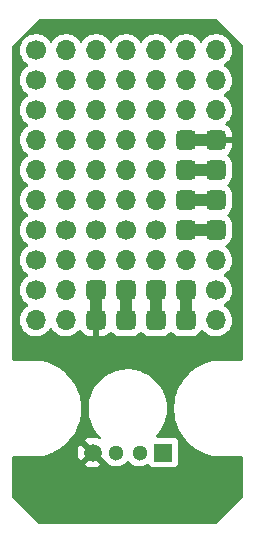
<source format=gtl>
G04 #@! TF.GenerationSoftware,KiCad,Pcbnew,(6.0.5)*
G04 #@! TF.CreationDate,2022-09-09T15:45:55+09:00*
G04 #@! TF.ProjectId,UnitBase,556e6974-4261-4736-952e-6b696361645f,rev?*
G04 #@! TF.SameCoordinates,Original*
G04 #@! TF.FileFunction,Copper,L1,Top*
G04 #@! TF.FilePolarity,Positive*
%FSLAX46Y46*%
G04 Gerber Fmt 4.6, Leading zero omitted, Abs format (unit mm)*
G04 Created by KiCad (PCBNEW (6.0.5)) date 2022-09-09 15:45:55*
%MOMM*%
%LPD*%
G01*
G04 APERTURE LIST*
G04 Aperture macros list*
%AMRoundRect*
0 Rectangle with rounded corners*
0 $1 Rounding radius*
0 $2 $3 $4 $5 $6 $7 $8 $9 X,Y pos of 4 corners*
0 Add a 4 corners polygon primitive as box body*
4,1,4,$2,$3,$4,$5,$6,$7,$8,$9,$2,$3,0*
0 Add four circle primitives for the rounded corners*
1,1,$1+$1,$2,$3*
1,1,$1+$1,$4,$5*
1,1,$1+$1,$6,$7*
1,1,$1+$1,$8,$9*
0 Add four rect primitives between the rounded corners*
20,1,$1+$1,$2,$3,$4,$5,0*
20,1,$1+$1,$4,$5,$6,$7,0*
20,1,$1+$1,$6,$7,$8,$9,0*
20,1,$1+$1,$8,$9,$2,$3,0*%
G04 Aperture macros list end*
G04 #@! TA.AperFunction,ComponentPad*
%ADD10C,1.700000*%
G04 #@! TD*
G04 #@! TA.AperFunction,ComponentPad*
%ADD11O,1.700000X1.700000*%
G04 #@! TD*
G04 #@! TA.AperFunction,ComponentPad*
%ADD12RoundRect,0.425000X0.425000X0.425000X-0.425000X0.425000X-0.425000X-0.425000X0.425000X-0.425000X0*%
G04 #@! TD*
G04 #@! TA.AperFunction,ComponentPad*
%ADD13RoundRect,0.425000X-0.425000X0.425000X-0.425000X-0.425000X0.425000X-0.425000X0.425000X0.425000X0*%
G04 #@! TD*
G04 #@! TA.AperFunction,ComponentPad*
%ADD14R,1.500000X1.500000*%
G04 #@! TD*
G04 #@! TA.AperFunction,ComponentPad*
%ADD15C,1.300000*%
G04 #@! TD*
G04 #@! TA.AperFunction,ComponentPad*
%ADD16C,1.500000*%
G04 #@! TD*
G04 #@! TA.AperFunction,Conductor*
%ADD17C,1.000000*%
G04 #@! TD*
G04 APERTURE END LIST*
D10*
X142240000Y-86360000D03*
D11*
X142240000Y-83820000D03*
X142240000Y-81280000D03*
X142240000Y-78740000D03*
D10*
X144780000Y-86360000D03*
D11*
X144780000Y-83820000D03*
X144780000Y-81280000D03*
X144780000Y-78740000D03*
D10*
X147320000Y-86360000D03*
D11*
X147320000Y-83820000D03*
X147320000Y-81280000D03*
X147320000Y-78740000D03*
D10*
X149860000Y-86360000D03*
D11*
X149860000Y-83820000D03*
X149860000Y-81280000D03*
X149860000Y-78740000D03*
D10*
X152400000Y-86360000D03*
D11*
X152400000Y-83820000D03*
X152400000Y-81280000D03*
X152400000Y-78740000D03*
D12*
X154940000Y-86360000D03*
X154940000Y-83820000D03*
X154940000Y-81280000D03*
X154940000Y-78740000D03*
X157480000Y-86360000D03*
X157480000Y-83820000D03*
X157480000Y-81280000D03*
X157480000Y-78740000D03*
D10*
X157480000Y-91440000D03*
D11*
X157480000Y-93980000D03*
D10*
X142240000Y-91440000D03*
D11*
X142240000Y-93980000D03*
D13*
X154940000Y-91440000D03*
X152400000Y-91440000D03*
X149860000Y-91440000D03*
X147320000Y-91440000D03*
D11*
X144780000Y-91440000D03*
D10*
X142240000Y-88900000D03*
D11*
X144780000Y-88900000D03*
X147320000Y-88900000D03*
X149860000Y-88900000D03*
X152400000Y-88900000D03*
X154940000Y-88900000D03*
X157480000Y-88900000D03*
D10*
X142240000Y-76200000D03*
D11*
X144780000Y-76200000D03*
X147320000Y-76200000D03*
X149860000Y-76200000D03*
X152400000Y-76200000D03*
X154940000Y-76200000D03*
X157480000Y-76200000D03*
D10*
X142240000Y-73660000D03*
D11*
X144780000Y-73660000D03*
X147320000Y-73660000D03*
X149860000Y-73660000D03*
X152400000Y-73660000D03*
X154940000Y-73660000D03*
X157480000Y-73660000D03*
D10*
X142240000Y-71120000D03*
D11*
X144780000Y-71120000D03*
X147320000Y-71120000D03*
X149860000Y-71120000D03*
X152400000Y-71120000D03*
X154940000Y-71120000D03*
X157480000Y-71120000D03*
D14*
X153025000Y-105185000D03*
D15*
X151025000Y-105185000D03*
X149025000Y-105185000D03*
D16*
X147025000Y-105185000D03*
D13*
X154940000Y-93980000D03*
X152400000Y-93980000D03*
X149860000Y-93980000D03*
X147320000Y-93980000D03*
D11*
X144780000Y-93980000D03*
D17*
X157480000Y-78740000D02*
X154940000Y-78740000D01*
X157480000Y-81280000D02*
X154940000Y-81280000D01*
X157480000Y-83820000D02*
X154940000Y-83820000D01*
X157480000Y-86360000D02*
X154940000Y-86360000D01*
X147320000Y-91440000D02*
X147320000Y-93980000D01*
X149860000Y-93980000D02*
X149860000Y-91440000D01*
X152400000Y-93980000D02*
X152400000Y-91440000D01*
X154940000Y-93980000D02*
X154940000Y-91440000D01*
G04 #@! TA.AperFunction,Conductor*
G36*
X157505304Y-68488502D02*
G01*
X157526278Y-68505405D01*
X159754595Y-70733722D01*
X159788621Y-70796034D01*
X159791500Y-70822817D01*
X159791500Y-97275500D01*
X159771498Y-97343621D01*
X159717842Y-97390114D01*
X159665500Y-97401500D01*
X158053250Y-97401500D01*
X158032345Y-97399754D01*
X158017344Y-97397230D01*
X158017341Y-97397230D01*
X158012552Y-97396424D01*
X158006415Y-97396349D01*
X158004863Y-97396330D01*
X158004859Y-97396330D01*
X158000000Y-97396271D01*
X157995184Y-97396961D01*
X157990323Y-97397278D01*
X157990320Y-97397225D01*
X157987472Y-97397495D01*
X157616776Y-97415153D01*
X157616772Y-97415153D01*
X157613778Y-97415296D01*
X157610812Y-97415722D01*
X157610806Y-97415723D01*
X157234028Y-97469896D01*
X157234023Y-97469897D01*
X157231053Y-97470324D01*
X157228141Y-97471031D01*
X157228133Y-97471032D01*
X156858206Y-97560775D01*
X156855292Y-97561482D01*
X156852465Y-97562460D01*
X156852463Y-97562461D01*
X156492731Y-97686965D01*
X156492722Y-97686969D01*
X156489898Y-97687946D01*
X156138179Y-97848571D01*
X155803321Y-98041901D01*
X155488357Y-98266186D01*
X155452649Y-98297127D01*
X155224573Y-98494757D01*
X155196139Y-98519395D01*
X154929312Y-98799234D01*
X154690295Y-99103170D01*
X154481250Y-99428449D01*
X154479881Y-99431105D01*
X154479879Y-99431108D01*
X154468004Y-99454142D01*
X154304072Y-99772126D01*
X154302951Y-99774925D01*
X154302951Y-99774926D01*
X154184740Y-100070205D01*
X154160365Y-100131090D01*
X154051430Y-100502087D01*
X154050864Y-100505024D01*
X154050862Y-100505032D01*
X154004573Y-100745206D01*
X153978255Y-100881760D01*
X153941500Y-101266670D01*
X153941500Y-101653330D01*
X153978255Y-102038240D01*
X153978822Y-102041182D01*
X153978823Y-102041189D01*
X154035820Y-102336919D01*
X154051430Y-102417913D01*
X154160365Y-102788910D01*
X154161480Y-102791695D01*
X154161481Y-102791698D01*
X154302951Y-103145074D01*
X154304072Y-103147874D01*
X154481250Y-103491551D01*
X154690295Y-103816830D01*
X154929312Y-104120766D01*
X155196139Y-104400605D01*
X155198408Y-104402571D01*
X155198411Y-104402574D01*
X155317563Y-104505820D01*
X155488357Y-104653814D01*
X155803321Y-104878099D01*
X156138179Y-105071429D01*
X156489898Y-105232054D01*
X156492722Y-105233031D01*
X156492731Y-105233035D01*
X156852463Y-105357539D01*
X156855292Y-105358518D01*
X156858205Y-105359225D01*
X156858206Y-105359225D01*
X157228133Y-105448968D01*
X157228141Y-105448969D01*
X157231053Y-105449676D01*
X157234023Y-105450103D01*
X157234028Y-105450104D01*
X157610806Y-105504277D01*
X157610812Y-105504278D01*
X157613778Y-105504704D01*
X157616772Y-105504847D01*
X157616776Y-105504847D01*
X157730571Y-105510268D01*
X157971060Y-105521724D01*
X157977789Y-105522448D01*
X157977799Y-105522334D01*
X157982648Y-105522769D01*
X157987448Y-105523576D01*
X157993914Y-105523655D01*
X157995140Y-105523670D01*
X157995143Y-105523670D01*
X158000000Y-105523729D01*
X158027624Y-105519773D01*
X158045486Y-105518500D01*
X159665500Y-105518500D01*
X159733621Y-105538502D01*
X159780114Y-105592158D01*
X159791500Y-105644500D01*
X159791500Y-108897182D01*
X159771498Y-108965303D01*
X159754595Y-108986277D01*
X157526278Y-111214595D01*
X157463966Y-111248620D01*
X157437183Y-111251500D01*
X142562818Y-111251500D01*
X142494697Y-111231498D01*
X142473723Y-111214595D01*
X140245405Y-108986278D01*
X140211380Y-108923966D01*
X140208500Y-108897183D01*
X140208500Y-106235161D01*
X146339393Y-106235161D01*
X146348687Y-106247175D01*
X146389088Y-106275464D01*
X146398584Y-106280947D01*
X146588113Y-106369326D01*
X146598405Y-106373072D01*
X146800401Y-106427196D01*
X146811196Y-106429099D01*
X147019525Y-106447326D01*
X147030475Y-106447326D01*
X147238804Y-106429099D01*
X147249599Y-106427196D01*
X147451595Y-106373072D01*
X147461887Y-106369326D01*
X147651416Y-106280947D01*
X147660912Y-106275464D01*
X147702148Y-106246590D01*
X147710523Y-106236112D01*
X147703457Y-106222668D01*
X147037811Y-105557021D01*
X147023868Y-105549408D01*
X147022034Y-105549539D01*
X147015420Y-105553790D01*
X146345820Y-106223391D01*
X146339393Y-106235161D01*
X140208500Y-106235161D01*
X140208500Y-105644500D01*
X140228502Y-105576379D01*
X140282158Y-105529886D01*
X140334500Y-105518500D01*
X141946750Y-105518500D01*
X141967655Y-105520246D01*
X141982656Y-105522770D01*
X141982659Y-105522770D01*
X141987448Y-105523576D01*
X141993585Y-105523651D01*
X141995137Y-105523670D01*
X141995141Y-105523670D01*
X142000000Y-105523729D01*
X142004816Y-105523039D01*
X142009677Y-105522722D01*
X142009680Y-105522775D01*
X142012528Y-105522505D01*
X142383224Y-105504847D01*
X142383228Y-105504847D01*
X142386222Y-105504704D01*
X142389188Y-105504278D01*
X142389194Y-105504277D01*
X142765972Y-105450104D01*
X142765977Y-105450103D01*
X142768947Y-105449676D01*
X142771859Y-105448969D01*
X142771867Y-105448968D01*
X143141794Y-105359225D01*
X143141795Y-105359225D01*
X143144708Y-105358518D01*
X143147537Y-105357539D01*
X143507269Y-105233035D01*
X143507278Y-105233031D01*
X143510102Y-105232054D01*
X143601147Y-105190475D01*
X145762674Y-105190475D01*
X145780901Y-105398804D01*
X145782804Y-105409599D01*
X145836928Y-105611595D01*
X145840674Y-105621887D01*
X145929054Y-105811417D01*
X145934534Y-105820907D01*
X145963411Y-105862149D01*
X145973887Y-105870523D01*
X145987334Y-105863455D01*
X146652979Y-105197811D01*
X146660592Y-105183868D01*
X146660461Y-105182034D01*
X146656210Y-105175420D01*
X145986609Y-104505820D01*
X145974839Y-104499393D01*
X145962824Y-104508689D01*
X145934534Y-104549093D01*
X145929054Y-104558583D01*
X145840674Y-104748113D01*
X145836928Y-104758405D01*
X145782804Y-104960401D01*
X145780901Y-104971196D01*
X145762674Y-105179525D01*
X145762674Y-105190475D01*
X143601147Y-105190475D01*
X143861821Y-105071429D01*
X144196679Y-104878099D01*
X144511643Y-104653814D01*
X144682437Y-104505820D01*
X144801589Y-104402574D01*
X144801592Y-104402571D01*
X144803861Y-104400605D01*
X145058177Y-104133887D01*
X146339477Y-104133887D01*
X146346545Y-104147334D01*
X147025000Y-104825790D01*
X148063388Y-105864177D01*
X148075017Y-105870527D01*
X148117528Y-105908393D01*
X148140296Y-105940609D01*
X148144436Y-105944642D01*
X148266786Y-106063830D01*
X148292809Y-106089181D01*
X148297605Y-106092386D01*
X148297608Y-106092388D01*
X148365450Y-106137718D01*
X148469843Y-106207471D01*
X148475146Y-106209749D01*
X148475149Y-106209751D01*
X148563888Y-106247876D01*
X148665470Y-106291519D01*
X148741316Y-106308681D01*
X148867501Y-106337234D01*
X148867506Y-106337235D01*
X148873138Y-106338509D01*
X148878909Y-106338736D01*
X148878911Y-106338736D01*
X148940252Y-106341146D01*
X149085891Y-106346869D01*
X149091600Y-106346041D01*
X149091604Y-106346041D01*
X149290890Y-106317145D01*
X149290894Y-106317144D01*
X149296605Y-106316316D01*
X149498223Y-106247876D01*
X149683993Y-106143840D01*
X149847693Y-106007693D01*
X149907410Y-105935891D01*
X149926508Y-105912928D01*
X149985445Y-105873344D01*
X150056427Y-105871907D01*
X150116918Y-105909075D01*
X150126278Y-105920775D01*
X150136962Y-105935892D01*
X150140296Y-105940609D01*
X150144432Y-105944638D01*
X150266786Y-106063830D01*
X150292809Y-106089181D01*
X150297605Y-106092386D01*
X150297608Y-106092388D01*
X150365450Y-106137718D01*
X150469843Y-106207471D01*
X150475146Y-106209749D01*
X150475149Y-106209751D01*
X150563888Y-106247876D01*
X150665470Y-106291519D01*
X150741316Y-106308681D01*
X150867501Y-106337234D01*
X150867506Y-106337235D01*
X150873138Y-106338509D01*
X150878909Y-106338736D01*
X150878911Y-106338736D01*
X150940252Y-106341146D01*
X151085891Y-106346869D01*
X151091600Y-106346041D01*
X151091604Y-106346041D01*
X151290890Y-106317145D01*
X151290894Y-106317144D01*
X151296605Y-106316316D01*
X151498223Y-106247876D01*
X151503255Y-106245058D01*
X151503266Y-106245053D01*
X151666652Y-106153552D01*
X151735860Y-106137718D01*
X151802642Y-106161815D01*
X151829043Y-106187920D01*
X151911739Y-106298261D01*
X152028295Y-106385615D01*
X152164684Y-106436745D01*
X152226866Y-106443500D01*
X153823134Y-106443500D01*
X153885316Y-106436745D01*
X154021705Y-106385615D01*
X154138261Y-106298261D01*
X154225615Y-106181705D01*
X154276745Y-106045316D01*
X154283500Y-105983134D01*
X154283500Y-104386866D01*
X154276745Y-104324684D01*
X154225615Y-104188295D01*
X154138261Y-104071739D01*
X154021705Y-103984385D01*
X153885316Y-103933255D01*
X153823134Y-103926500D01*
X152517066Y-103926500D01*
X152448945Y-103906498D01*
X152402452Y-103852842D01*
X152392348Y-103782568D01*
X152421541Y-103718336D01*
X152460176Y-103673419D01*
X152625140Y-103481630D01*
X152765112Y-103277969D01*
X152826190Y-103189101D01*
X152826195Y-103189094D01*
X152828120Y-103186292D01*
X152829732Y-103183298D01*
X152829737Y-103183290D01*
X152996395Y-102873772D01*
X152998017Y-102870760D01*
X153132842Y-102538724D01*
X153143142Y-102502568D01*
X153190328Y-102336919D01*
X153231020Y-102194070D01*
X153291401Y-101840828D01*
X153293511Y-101806340D01*
X153313168Y-101484928D01*
X153313278Y-101483131D01*
X153313359Y-101460000D01*
X153293979Y-101102159D01*
X153236066Y-100748505D01*
X153140297Y-100403173D01*
X153137243Y-100395497D01*
X153009052Y-100073369D01*
X153007793Y-100070205D01*
X152977768Y-100013498D01*
X152841702Y-99756513D01*
X152841698Y-99756506D01*
X152840103Y-99753494D01*
X152639190Y-99456746D01*
X152617448Y-99431108D01*
X152411365Y-99188104D01*
X152407403Y-99183432D01*
X152147454Y-98936750D01*
X151862384Y-98719585D01*
X151859472Y-98717828D01*
X151859467Y-98717825D01*
X151558443Y-98536236D01*
X151558437Y-98536233D01*
X151555528Y-98534478D01*
X151306701Y-98418976D01*
X151233571Y-98385030D01*
X151233569Y-98385029D01*
X151230475Y-98383593D01*
X151060751Y-98326145D01*
X150894255Y-98269789D01*
X150894250Y-98269788D01*
X150891028Y-98268697D01*
X150692681Y-98224724D01*
X150544493Y-98191871D01*
X150544487Y-98191870D01*
X150541158Y-98191132D01*
X150537769Y-98190758D01*
X150537764Y-98190757D01*
X150188338Y-98152180D01*
X150188333Y-98152180D01*
X150184957Y-98151807D01*
X150181558Y-98151801D01*
X150181557Y-98151801D01*
X150012080Y-98151505D01*
X149826592Y-98151182D01*
X149713413Y-98163277D01*
X149473639Y-98188901D01*
X149473631Y-98188902D01*
X149470256Y-98189263D01*
X149120117Y-98265606D01*
X148780271Y-98379317D01*
X148777178Y-98380739D01*
X148777177Y-98380740D01*
X148691526Y-98420135D01*
X148454694Y-98529066D01*
X148147193Y-98713101D01*
X148144467Y-98715163D01*
X148144465Y-98715164D01*
X147920315Y-98884688D01*
X147861367Y-98929270D01*
X147600559Y-99175043D01*
X147367819Y-99447546D01*
X147365900Y-99450358D01*
X147365897Y-99450363D01*
X147348748Y-99475503D01*
X147165871Y-99743591D01*
X146997077Y-100059714D01*
X146863411Y-100392218D01*
X146862491Y-100395492D01*
X146862489Y-100395497D01*
X146809762Y-100583081D01*
X146766437Y-100737213D01*
X146707290Y-101090663D01*
X146686661Y-101448434D01*
X146687247Y-101460000D01*
X146704792Y-101806340D01*
X146761470Y-102160195D01*
X146856033Y-102505859D01*
X146987374Y-102839288D01*
X147153957Y-103156582D01*
X147155858Y-103159411D01*
X147155864Y-103159421D01*
X147235526Y-103277969D01*
X147353834Y-103454029D01*
X147584665Y-103728150D01*
X147679931Y-103819188D01*
X147705374Y-103843502D01*
X147740804Y-103905026D01*
X147737347Y-103975939D01*
X147696101Y-104033725D01*
X147630161Y-104060039D01*
X147565073Y-104048791D01*
X147461887Y-104000674D01*
X147451595Y-103996928D01*
X147249599Y-103942804D01*
X147238804Y-103940901D01*
X147030475Y-103922674D01*
X147019525Y-103922674D01*
X146811196Y-103940901D01*
X146800401Y-103942804D01*
X146598405Y-103996928D01*
X146588113Y-104000674D01*
X146398583Y-104089054D01*
X146389093Y-104094534D01*
X146347851Y-104123411D01*
X146339477Y-104133887D01*
X145058177Y-104133887D01*
X145070688Y-104120766D01*
X145309705Y-103816830D01*
X145518750Y-103491551D01*
X145695928Y-103147874D01*
X145697049Y-103145074D01*
X145838519Y-102791698D01*
X145838520Y-102791695D01*
X145839635Y-102788910D01*
X145948570Y-102417913D01*
X145964181Y-102336919D01*
X146021177Y-102041189D01*
X146021178Y-102041182D01*
X146021745Y-102038240D01*
X146058500Y-101653330D01*
X146058500Y-101266670D01*
X146021745Y-100881760D01*
X145995427Y-100745206D01*
X145949138Y-100505032D01*
X145949136Y-100505024D01*
X145948570Y-100502087D01*
X145839635Y-100131090D01*
X145815261Y-100070205D01*
X145697049Y-99774926D01*
X145697049Y-99774925D01*
X145695928Y-99772126D01*
X145531996Y-99454142D01*
X145520121Y-99431108D01*
X145520119Y-99431105D01*
X145518750Y-99428449D01*
X145309705Y-99103170D01*
X145070688Y-98799234D01*
X144803861Y-98519395D01*
X144775428Y-98494757D01*
X144547351Y-98297127D01*
X144511643Y-98266186D01*
X144196679Y-98041901D01*
X143861821Y-97848571D01*
X143510102Y-97687946D01*
X143507278Y-97686969D01*
X143507269Y-97686965D01*
X143147537Y-97562461D01*
X143147535Y-97562460D01*
X143144708Y-97561482D01*
X143141794Y-97560775D01*
X142771867Y-97471032D01*
X142771859Y-97471031D01*
X142768947Y-97470324D01*
X142765977Y-97469897D01*
X142765972Y-97469896D01*
X142389194Y-97415723D01*
X142389188Y-97415722D01*
X142386222Y-97415296D01*
X142383228Y-97415153D01*
X142383224Y-97415153D01*
X142269429Y-97409732D01*
X142028940Y-97398276D01*
X142022211Y-97397552D01*
X142022201Y-97397666D01*
X142017352Y-97397231D01*
X142012552Y-97396424D01*
X142006086Y-97396345D01*
X142004860Y-97396330D01*
X142004857Y-97396330D01*
X142000000Y-97396271D01*
X141985993Y-97398277D01*
X141972376Y-97400227D01*
X141954514Y-97401500D01*
X140334500Y-97401500D01*
X140266379Y-97381498D01*
X140219886Y-97327842D01*
X140208500Y-97275500D01*
X140208500Y-93946695D01*
X140877251Y-93946695D01*
X140877548Y-93951848D01*
X140877548Y-93951851D01*
X140883011Y-94046590D01*
X140890110Y-94169715D01*
X140891247Y-94174761D01*
X140891248Y-94174767D01*
X140911119Y-94262939D01*
X140939222Y-94387639D01*
X141023266Y-94594616D01*
X141074019Y-94677438D01*
X141137291Y-94780688D01*
X141139987Y-94785088D01*
X141286250Y-94953938D01*
X141458126Y-95096632D01*
X141651000Y-95209338D01*
X141859692Y-95289030D01*
X141864760Y-95290061D01*
X141864763Y-95290062D01*
X141972017Y-95311883D01*
X142078597Y-95333567D01*
X142083772Y-95333757D01*
X142083774Y-95333757D01*
X142296673Y-95341564D01*
X142296677Y-95341564D01*
X142301837Y-95341753D01*
X142306957Y-95341097D01*
X142306959Y-95341097D01*
X142518288Y-95314025D01*
X142518289Y-95314025D01*
X142523416Y-95313368D01*
X142528366Y-95311883D01*
X142732429Y-95250661D01*
X142732434Y-95250659D01*
X142737384Y-95249174D01*
X142937994Y-95150896D01*
X143119860Y-95021173D01*
X143278096Y-94863489D01*
X143316854Y-94809552D01*
X143408453Y-94682077D01*
X143409776Y-94683028D01*
X143456645Y-94639857D01*
X143526580Y-94627625D01*
X143592026Y-94655144D01*
X143619875Y-94686994D01*
X143679987Y-94785088D01*
X143826250Y-94953938D01*
X143998126Y-95096632D01*
X144191000Y-95209338D01*
X144399692Y-95289030D01*
X144404760Y-95290061D01*
X144404763Y-95290062D01*
X144512017Y-95311883D01*
X144618597Y-95333567D01*
X144623772Y-95333757D01*
X144623774Y-95333757D01*
X144836673Y-95341564D01*
X144836677Y-95341564D01*
X144841837Y-95341753D01*
X144846957Y-95341097D01*
X144846959Y-95341097D01*
X145058288Y-95314025D01*
X145058289Y-95314025D01*
X145063416Y-95313368D01*
X145068366Y-95311883D01*
X145272429Y-95250661D01*
X145272434Y-95250659D01*
X145277384Y-95249174D01*
X145477994Y-95150896D01*
X145659860Y-95021173D01*
X145818096Y-94863489D01*
X145851513Y-94816984D01*
X145907508Y-94773336D01*
X145978211Y-94766890D01*
X146041176Y-94799693D01*
X146066103Y-94833307D01*
X146105214Y-94910066D01*
X146112364Y-94921077D01*
X146227485Y-95063238D01*
X146236762Y-95072515D01*
X146378923Y-95187636D01*
X146389934Y-95194786D01*
X146552921Y-95277832D01*
X146565175Y-95282536D01*
X146742666Y-95330095D01*
X146753999Y-95332042D01*
X146827246Y-95337807D01*
X146832172Y-95338000D01*
X147047885Y-95338000D01*
X147063124Y-95333525D01*
X147064329Y-95332135D01*
X147066000Y-95324452D01*
X147066000Y-91312000D01*
X147086002Y-91243879D01*
X147139658Y-91197386D01*
X147192000Y-91186000D01*
X147448000Y-91186000D01*
X147516121Y-91206002D01*
X147562614Y-91259658D01*
X147574000Y-91312000D01*
X147574000Y-95319884D01*
X147578475Y-95335123D01*
X147579865Y-95336328D01*
X147587548Y-95337999D01*
X147807825Y-95337999D01*
X147812756Y-95337805D01*
X147886003Y-95332042D01*
X147897332Y-95330095D01*
X148074825Y-95282536D01*
X148087079Y-95277832D01*
X148250066Y-95194786D01*
X148261077Y-95187636D01*
X148403238Y-95072515D01*
X148412515Y-95063238D01*
X148491759Y-94965381D01*
X148550174Y-94925029D01*
X148621131Y-94922665D01*
X148682102Y-94959038D01*
X148687580Y-94965359D01*
X148771280Y-95068720D01*
X148923779Y-95192211D01*
X149098621Y-95281298D01*
X149104994Y-95283006D01*
X149104995Y-95283006D01*
X149282587Y-95330592D01*
X149282591Y-95330593D01*
X149288164Y-95332086D01*
X149293920Y-95332539D01*
X149367206Y-95338307D01*
X149367215Y-95338307D01*
X149369663Y-95338500D01*
X149859801Y-95338500D01*
X150350336Y-95338499D01*
X150400220Y-95334574D01*
X150426082Y-95332539D01*
X150426085Y-95332539D01*
X150431836Y-95332086D01*
X150556596Y-95298657D01*
X150615005Y-95283006D01*
X150615006Y-95283006D01*
X150621379Y-95281298D01*
X150796221Y-95192211D01*
X150948720Y-95068720D01*
X151032080Y-94965779D01*
X151090494Y-94925427D01*
X151161451Y-94923061D01*
X151222423Y-94959434D01*
X151227920Y-94965779D01*
X151311280Y-95068720D01*
X151463779Y-95192211D01*
X151638621Y-95281298D01*
X151644994Y-95283006D01*
X151644995Y-95283006D01*
X151822587Y-95330592D01*
X151822591Y-95330593D01*
X151828164Y-95332086D01*
X151833920Y-95332539D01*
X151907206Y-95338307D01*
X151907215Y-95338307D01*
X151909663Y-95338500D01*
X152399801Y-95338500D01*
X152890336Y-95338499D01*
X152940220Y-95334574D01*
X152966082Y-95332539D01*
X152966085Y-95332539D01*
X152971836Y-95332086D01*
X153096596Y-95298657D01*
X153155005Y-95283006D01*
X153155006Y-95283006D01*
X153161379Y-95281298D01*
X153336221Y-95192211D01*
X153488720Y-95068720D01*
X153572080Y-94965779D01*
X153630494Y-94925427D01*
X153701451Y-94923061D01*
X153762423Y-94959434D01*
X153767920Y-94965779D01*
X153851280Y-95068720D01*
X154003779Y-95192211D01*
X154178621Y-95281298D01*
X154184994Y-95283006D01*
X154184995Y-95283006D01*
X154362587Y-95330592D01*
X154362591Y-95330593D01*
X154368164Y-95332086D01*
X154373920Y-95332539D01*
X154447206Y-95338307D01*
X154447215Y-95338307D01*
X154449663Y-95338500D01*
X154939801Y-95338500D01*
X155430336Y-95338499D01*
X155480220Y-95334574D01*
X155506082Y-95332539D01*
X155506085Y-95332539D01*
X155511836Y-95332086D01*
X155636596Y-95298657D01*
X155695005Y-95283006D01*
X155695006Y-95283006D01*
X155701379Y-95281298D01*
X155876221Y-95192211D01*
X156028720Y-95068720D01*
X156152211Y-94916221D01*
X156177221Y-94867137D01*
X156193674Y-94834846D01*
X156242423Y-94783231D01*
X156311338Y-94766165D01*
X156378539Y-94789066D01*
X156401177Y-94809550D01*
X156421756Y-94833307D01*
X156522866Y-94950032D01*
X156522869Y-94950035D01*
X156526250Y-94953938D01*
X156698126Y-95096632D01*
X156891000Y-95209338D01*
X157099692Y-95289030D01*
X157104760Y-95290061D01*
X157104763Y-95290062D01*
X157212017Y-95311883D01*
X157318597Y-95333567D01*
X157323772Y-95333757D01*
X157323774Y-95333757D01*
X157536673Y-95341564D01*
X157536677Y-95341564D01*
X157541837Y-95341753D01*
X157546957Y-95341097D01*
X157546959Y-95341097D01*
X157758288Y-95314025D01*
X157758289Y-95314025D01*
X157763416Y-95313368D01*
X157768366Y-95311883D01*
X157972429Y-95250661D01*
X157972434Y-95250659D01*
X157977384Y-95249174D01*
X158177994Y-95150896D01*
X158359860Y-95021173D01*
X158518096Y-94863489D01*
X158556854Y-94809552D01*
X158645435Y-94686277D01*
X158648453Y-94682077D01*
X158669320Y-94639857D01*
X158745136Y-94486453D01*
X158745137Y-94486451D01*
X158747430Y-94481811D01*
X158812370Y-94268069D01*
X158841529Y-94046590D01*
X158843156Y-93980000D01*
X158824852Y-93757361D01*
X158770431Y-93540702D01*
X158681354Y-93335840D01*
X158582624Y-93183227D01*
X158562822Y-93152617D01*
X158562820Y-93152614D01*
X158560014Y-93148277D01*
X158409670Y-92983051D01*
X158405619Y-92979852D01*
X158405615Y-92979848D01*
X158238414Y-92847800D01*
X158238410Y-92847798D01*
X158234359Y-92844598D01*
X158193053Y-92821796D01*
X158143084Y-92771364D01*
X158128312Y-92701921D01*
X158153428Y-92635516D01*
X158180780Y-92608909D01*
X158224603Y-92577650D01*
X158359860Y-92481173D01*
X158518096Y-92323489D01*
X158556854Y-92269552D01*
X158645435Y-92146277D01*
X158648453Y-92142077D01*
X158669320Y-92099857D01*
X158745136Y-91946453D01*
X158745137Y-91946451D01*
X158747430Y-91941811D01*
X158812370Y-91728069D01*
X158841529Y-91506590D01*
X158843156Y-91440000D01*
X158824852Y-91217361D01*
X158770431Y-91000702D01*
X158681354Y-90795840D01*
X158582624Y-90643227D01*
X158562822Y-90612617D01*
X158562820Y-90612614D01*
X158560014Y-90608277D01*
X158409670Y-90443051D01*
X158405619Y-90439852D01*
X158405615Y-90439848D01*
X158238414Y-90307800D01*
X158238410Y-90307798D01*
X158234359Y-90304598D01*
X158193053Y-90281796D01*
X158143084Y-90231364D01*
X158128312Y-90161921D01*
X158153428Y-90095516D01*
X158180780Y-90068909D01*
X158227817Y-90035358D01*
X158359860Y-89941173D01*
X158518096Y-89783489D01*
X158577594Y-89700689D01*
X158645435Y-89606277D01*
X158648453Y-89602077D01*
X158669320Y-89559857D01*
X158745136Y-89406453D01*
X158745137Y-89406451D01*
X158747430Y-89401811D01*
X158812370Y-89188069D01*
X158841529Y-88966590D01*
X158843156Y-88900000D01*
X158824852Y-88677361D01*
X158770431Y-88460702D01*
X158681354Y-88255840D01*
X158560014Y-88068277D01*
X158409670Y-87903051D01*
X158377355Y-87877530D01*
X158311926Y-87825856D01*
X158270864Y-87767939D01*
X158267633Y-87697016D01*
X158303258Y-87635605D01*
X158332816Y-87614708D01*
X158382608Y-87589338D01*
X158416221Y-87572211D01*
X158568720Y-87448720D01*
X158692211Y-87296221D01*
X158781298Y-87121379D01*
X158783006Y-87115005D01*
X158830592Y-86937413D01*
X158830593Y-86937409D01*
X158832086Y-86931836D01*
X158838500Y-86850337D01*
X158838499Y-85869664D01*
X158832086Y-85788164D01*
X158781298Y-85598621D01*
X158692211Y-85423779D01*
X158568720Y-85271280D01*
X158515027Y-85227800D01*
X158465779Y-85187920D01*
X158425427Y-85129506D01*
X158423061Y-85058549D01*
X158459434Y-84997577D01*
X158465779Y-84992080D01*
X158563589Y-84912875D01*
X158568720Y-84908720D01*
X158692211Y-84756221D01*
X158781298Y-84581379D01*
X158783006Y-84575005D01*
X158830592Y-84397413D01*
X158830593Y-84397409D01*
X158832086Y-84391836D01*
X158838500Y-84310337D01*
X158838499Y-83329664D01*
X158832086Y-83248164D01*
X158781298Y-83058621D01*
X158692211Y-82883779D01*
X158568720Y-82731280D01*
X158515027Y-82687800D01*
X158465779Y-82647920D01*
X158425427Y-82589506D01*
X158423061Y-82518549D01*
X158459434Y-82457577D01*
X158465779Y-82452080D01*
X158563589Y-82372875D01*
X158568720Y-82368720D01*
X158692211Y-82216221D01*
X158781298Y-82041379D01*
X158783006Y-82035005D01*
X158830592Y-81857413D01*
X158830593Y-81857409D01*
X158832086Y-81851836D01*
X158838500Y-81770337D01*
X158838499Y-80789664D01*
X158832086Y-80708164D01*
X158781298Y-80518621D01*
X158692211Y-80343779D01*
X158568720Y-80191280D01*
X158465380Y-80107597D01*
X158425030Y-80049185D01*
X158422664Y-79978228D01*
X158459037Y-79917256D01*
X158465381Y-79911759D01*
X158563238Y-79832515D01*
X158572515Y-79823238D01*
X158687636Y-79681077D01*
X158694786Y-79670066D01*
X158777832Y-79507079D01*
X158782536Y-79494825D01*
X158830095Y-79317334D01*
X158832042Y-79306001D01*
X158837807Y-79232754D01*
X158838000Y-79227828D01*
X158838000Y-79012115D01*
X158833525Y-78996876D01*
X158832135Y-78995671D01*
X158824452Y-78994000D01*
X154812000Y-78994000D01*
X154743879Y-78973998D01*
X154697386Y-78920342D01*
X154686000Y-78868000D01*
X154686000Y-78612000D01*
X154706002Y-78543879D01*
X154759658Y-78497386D01*
X154812000Y-78486000D01*
X158819884Y-78486000D01*
X158835123Y-78481525D01*
X158836328Y-78480135D01*
X158837999Y-78472452D01*
X158837999Y-78252175D01*
X158837805Y-78247244D01*
X158832042Y-78173997D01*
X158830095Y-78162668D01*
X158782536Y-77985175D01*
X158777832Y-77972921D01*
X158694786Y-77809934D01*
X158687636Y-77798923D01*
X158572515Y-77656762D01*
X158563238Y-77647485D01*
X158421077Y-77532364D01*
X158410063Y-77525212D01*
X158333507Y-77486205D01*
X158281891Y-77437458D01*
X158264825Y-77368543D01*
X158287725Y-77301341D01*
X158317540Y-77271360D01*
X158355654Y-77244174D01*
X158355661Y-77244168D01*
X158359860Y-77241173D01*
X158518096Y-77083489D01*
X158577594Y-77000689D01*
X158645435Y-76906277D01*
X158648453Y-76902077D01*
X158669320Y-76859857D01*
X158745136Y-76706453D01*
X158745137Y-76706451D01*
X158747430Y-76701811D01*
X158812370Y-76488069D01*
X158841529Y-76266590D01*
X158843156Y-76200000D01*
X158824852Y-75977361D01*
X158770431Y-75760702D01*
X158681354Y-75555840D01*
X158560014Y-75368277D01*
X158409670Y-75203051D01*
X158405619Y-75199852D01*
X158405615Y-75199848D01*
X158238414Y-75067800D01*
X158238410Y-75067798D01*
X158234359Y-75064598D01*
X158193053Y-75041796D01*
X158143084Y-74991364D01*
X158128312Y-74921921D01*
X158153428Y-74855516D01*
X158180780Y-74828909D01*
X158224603Y-74797650D01*
X158359860Y-74701173D01*
X158518096Y-74543489D01*
X158577594Y-74460689D01*
X158645435Y-74366277D01*
X158648453Y-74362077D01*
X158669320Y-74319857D01*
X158745136Y-74166453D01*
X158745137Y-74166451D01*
X158747430Y-74161811D01*
X158812370Y-73948069D01*
X158841529Y-73726590D01*
X158843156Y-73660000D01*
X158824852Y-73437361D01*
X158770431Y-73220702D01*
X158681354Y-73015840D01*
X158560014Y-72828277D01*
X158409670Y-72663051D01*
X158405619Y-72659852D01*
X158405615Y-72659848D01*
X158238414Y-72527800D01*
X158238410Y-72527798D01*
X158234359Y-72524598D01*
X158193053Y-72501796D01*
X158143084Y-72451364D01*
X158128312Y-72381921D01*
X158153428Y-72315516D01*
X158180780Y-72288909D01*
X158224603Y-72257650D01*
X158359860Y-72161173D01*
X158518096Y-72003489D01*
X158577594Y-71920689D01*
X158645435Y-71826277D01*
X158648453Y-71822077D01*
X158669320Y-71779857D01*
X158745136Y-71626453D01*
X158745137Y-71626451D01*
X158747430Y-71621811D01*
X158812370Y-71408069D01*
X158841529Y-71186590D01*
X158843156Y-71120000D01*
X158824852Y-70897361D01*
X158770431Y-70680702D01*
X158681354Y-70475840D01*
X158576199Y-70313295D01*
X158562822Y-70292617D01*
X158562820Y-70292614D01*
X158560014Y-70288277D01*
X158409670Y-70123051D01*
X158405619Y-70119852D01*
X158405615Y-70119848D01*
X158238414Y-69987800D01*
X158238410Y-69987798D01*
X158234359Y-69984598D01*
X158038789Y-69876638D01*
X158033920Y-69874914D01*
X158033916Y-69874912D01*
X157833087Y-69803795D01*
X157833083Y-69803794D01*
X157828212Y-69802069D01*
X157823119Y-69801162D01*
X157823116Y-69801161D01*
X157613373Y-69763800D01*
X157613367Y-69763799D01*
X157608284Y-69762894D01*
X157534452Y-69761992D01*
X157390081Y-69760228D01*
X157390079Y-69760228D01*
X157384911Y-69760165D01*
X157164091Y-69793955D01*
X156951756Y-69863357D01*
X156753607Y-69966507D01*
X156749474Y-69969610D01*
X156749471Y-69969612D01*
X156725247Y-69987800D01*
X156574965Y-70100635D01*
X156420629Y-70262138D01*
X156313201Y-70419621D01*
X156258293Y-70464621D01*
X156187768Y-70472792D01*
X156124021Y-70441538D01*
X156103324Y-70417054D01*
X156022822Y-70292617D01*
X156022820Y-70292614D01*
X156020014Y-70288277D01*
X155869670Y-70123051D01*
X155865619Y-70119852D01*
X155865615Y-70119848D01*
X155698414Y-69987800D01*
X155698410Y-69987798D01*
X155694359Y-69984598D01*
X155498789Y-69876638D01*
X155493920Y-69874914D01*
X155493916Y-69874912D01*
X155293087Y-69803795D01*
X155293083Y-69803794D01*
X155288212Y-69802069D01*
X155283119Y-69801162D01*
X155283116Y-69801161D01*
X155073373Y-69763800D01*
X155073367Y-69763799D01*
X155068284Y-69762894D01*
X154994452Y-69761992D01*
X154850081Y-69760228D01*
X154850079Y-69760228D01*
X154844911Y-69760165D01*
X154624091Y-69793955D01*
X154411756Y-69863357D01*
X154213607Y-69966507D01*
X154209474Y-69969610D01*
X154209471Y-69969612D01*
X154185247Y-69987800D01*
X154034965Y-70100635D01*
X153880629Y-70262138D01*
X153773201Y-70419621D01*
X153718293Y-70464621D01*
X153647768Y-70472792D01*
X153584021Y-70441538D01*
X153563324Y-70417054D01*
X153482822Y-70292617D01*
X153482820Y-70292614D01*
X153480014Y-70288277D01*
X153329670Y-70123051D01*
X153325619Y-70119852D01*
X153325615Y-70119848D01*
X153158414Y-69987800D01*
X153158410Y-69987798D01*
X153154359Y-69984598D01*
X152958789Y-69876638D01*
X152953920Y-69874914D01*
X152953916Y-69874912D01*
X152753087Y-69803795D01*
X152753083Y-69803794D01*
X152748212Y-69802069D01*
X152743119Y-69801162D01*
X152743116Y-69801161D01*
X152533373Y-69763800D01*
X152533367Y-69763799D01*
X152528284Y-69762894D01*
X152454452Y-69761992D01*
X152310081Y-69760228D01*
X152310079Y-69760228D01*
X152304911Y-69760165D01*
X152084091Y-69793955D01*
X151871756Y-69863357D01*
X151673607Y-69966507D01*
X151669474Y-69969610D01*
X151669471Y-69969612D01*
X151645247Y-69987800D01*
X151494965Y-70100635D01*
X151340629Y-70262138D01*
X151233201Y-70419621D01*
X151178293Y-70464621D01*
X151107768Y-70472792D01*
X151044021Y-70441538D01*
X151023324Y-70417054D01*
X150942822Y-70292617D01*
X150942820Y-70292614D01*
X150940014Y-70288277D01*
X150789670Y-70123051D01*
X150785619Y-70119852D01*
X150785615Y-70119848D01*
X150618414Y-69987800D01*
X150618410Y-69987798D01*
X150614359Y-69984598D01*
X150418789Y-69876638D01*
X150413920Y-69874914D01*
X150413916Y-69874912D01*
X150213087Y-69803795D01*
X150213083Y-69803794D01*
X150208212Y-69802069D01*
X150203119Y-69801162D01*
X150203116Y-69801161D01*
X149993373Y-69763800D01*
X149993367Y-69763799D01*
X149988284Y-69762894D01*
X149914452Y-69761992D01*
X149770081Y-69760228D01*
X149770079Y-69760228D01*
X149764911Y-69760165D01*
X149544091Y-69793955D01*
X149331756Y-69863357D01*
X149133607Y-69966507D01*
X149129474Y-69969610D01*
X149129471Y-69969612D01*
X149105247Y-69987800D01*
X148954965Y-70100635D01*
X148800629Y-70262138D01*
X148693201Y-70419621D01*
X148638293Y-70464621D01*
X148567768Y-70472792D01*
X148504021Y-70441538D01*
X148483324Y-70417054D01*
X148402822Y-70292617D01*
X148402820Y-70292614D01*
X148400014Y-70288277D01*
X148249670Y-70123051D01*
X148245619Y-70119852D01*
X148245615Y-70119848D01*
X148078414Y-69987800D01*
X148078410Y-69987798D01*
X148074359Y-69984598D01*
X147878789Y-69876638D01*
X147873920Y-69874914D01*
X147873916Y-69874912D01*
X147673087Y-69803795D01*
X147673083Y-69803794D01*
X147668212Y-69802069D01*
X147663119Y-69801162D01*
X147663116Y-69801161D01*
X147453373Y-69763800D01*
X147453367Y-69763799D01*
X147448284Y-69762894D01*
X147374452Y-69761992D01*
X147230081Y-69760228D01*
X147230079Y-69760228D01*
X147224911Y-69760165D01*
X147004091Y-69793955D01*
X146791756Y-69863357D01*
X146593607Y-69966507D01*
X146589474Y-69969610D01*
X146589471Y-69969612D01*
X146565247Y-69987800D01*
X146414965Y-70100635D01*
X146260629Y-70262138D01*
X146153201Y-70419621D01*
X146098293Y-70464621D01*
X146027768Y-70472792D01*
X145964021Y-70441538D01*
X145943324Y-70417054D01*
X145862822Y-70292617D01*
X145862820Y-70292614D01*
X145860014Y-70288277D01*
X145709670Y-70123051D01*
X145705619Y-70119852D01*
X145705615Y-70119848D01*
X145538414Y-69987800D01*
X145538410Y-69987798D01*
X145534359Y-69984598D01*
X145338789Y-69876638D01*
X145333920Y-69874914D01*
X145333916Y-69874912D01*
X145133087Y-69803795D01*
X145133083Y-69803794D01*
X145128212Y-69802069D01*
X145123119Y-69801162D01*
X145123116Y-69801161D01*
X144913373Y-69763800D01*
X144913367Y-69763799D01*
X144908284Y-69762894D01*
X144834452Y-69761992D01*
X144690081Y-69760228D01*
X144690079Y-69760228D01*
X144684911Y-69760165D01*
X144464091Y-69793955D01*
X144251756Y-69863357D01*
X144053607Y-69966507D01*
X144049474Y-69969610D01*
X144049471Y-69969612D01*
X144025247Y-69987800D01*
X143874965Y-70100635D01*
X143720629Y-70262138D01*
X143613201Y-70419621D01*
X143558293Y-70464621D01*
X143487768Y-70472792D01*
X143424021Y-70441538D01*
X143403324Y-70417054D01*
X143322822Y-70292617D01*
X143322820Y-70292614D01*
X143320014Y-70288277D01*
X143169670Y-70123051D01*
X143165619Y-70119852D01*
X143165615Y-70119848D01*
X142998414Y-69987800D01*
X142998410Y-69987798D01*
X142994359Y-69984598D01*
X142798789Y-69876638D01*
X142793920Y-69874914D01*
X142793916Y-69874912D01*
X142593087Y-69803795D01*
X142593083Y-69803794D01*
X142588212Y-69802069D01*
X142583119Y-69801162D01*
X142583116Y-69801161D01*
X142373373Y-69763800D01*
X142373367Y-69763799D01*
X142368284Y-69762894D01*
X142294452Y-69761992D01*
X142150081Y-69760228D01*
X142150079Y-69760228D01*
X142144911Y-69760165D01*
X141924091Y-69793955D01*
X141711756Y-69863357D01*
X141513607Y-69966507D01*
X141509474Y-69969610D01*
X141509471Y-69969612D01*
X141485247Y-69987800D01*
X141334965Y-70100635D01*
X141180629Y-70262138D01*
X141054743Y-70446680D01*
X141026223Y-70508122D01*
X140977140Y-70613863D01*
X140960688Y-70649305D01*
X140900989Y-70864570D01*
X140877251Y-71086695D01*
X140877548Y-71091848D01*
X140877548Y-71091851D01*
X140883011Y-71186590D01*
X140890110Y-71309715D01*
X140891247Y-71314761D01*
X140891248Y-71314767D01*
X140911119Y-71402939D01*
X140939222Y-71527639D01*
X141023266Y-71734616D01*
X141074019Y-71817438D01*
X141137291Y-71920688D01*
X141139987Y-71925088D01*
X141286250Y-72093938D01*
X141458126Y-72236632D01*
X141528595Y-72277811D01*
X141531445Y-72279476D01*
X141580169Y-72331114D01*
X141593240Y-72400897D01*
X141566509Y-72466669D01*
X141526055Y-72500027D01*
X141513607Y-72506507D01*
X141509474Y-72509610D01*
X141509471Y-72509612D01*
X141485247Y-72527800D01*
X141334965Y-72640635D01*
X141180629Y-72802138D01*
X141054743Y-72986680D01*
X140960688Y-73189305D01*
X140900989Y-73404570D01*
X140877251Y-73626695D01*
X140877548Y-73631848D01*
X140877548Y-73631851D01*
X140883011Y-73726590D01*
X140890110Y-73849715D01*
X140891247Y-73854761D01*
X140891248Y-73854767D01*
X140911119Y-73942939D01*
X140939222Y-74067639D01*
X141023266Y-74274616D01*
X141074019Y-74357438D01*
X141137291Y-74460688D01*
X141139987Y-74465088D01*
X141286250Y-74633938D01*
X141458126Y-74776632D01*
X141528595Y-74817811D01*
X141531445Y-74819476D01*
X141580169Y-74871114D01*
X141593240Y-74940897D01*
X141566509Y-75006669D01*
X141526055Y-75040027D01*
X141513607Y-75046507D01*
X141509474Y-75049610D01*
X141509471Y-75049612D01*
X141485247Y-75067800D01*
X141334965Y-75180635D01*
X141180629Y-75342138D01*
X141054743Y-75526680D01*
X140960688Y-75729305D01*
X140900989Y-75944570D01*
X140877251Y-76166695D01*
X140877548Y-76171848D01*
X140877548Y-76171851D01*
X140883011Y-76266590D01*
X140890110Y-76389715D01*
X140891247Y-76394761D01*
X140891248Y-76394767D01*
X140911119Y-76482939D01*
X140939222Y-76607639D01*
X141023266Y-76814616D01*
X141074019Y-76897438D01*
X141137291Y-77000688D01*
X141139987Y-77005088D01*
X141286250Y-77173938D01*
X141458126Y-77316632D01*
X141490764Y-77335704D01*
X141531445Y-77359476D01*
X141580169Y-77411114D01*
X141593240Y-77480897D01*
X141566509Y-77546669D01*
X141526055Y-77580027D01*
X141513607Y-77586507D01*
X141509474Y-77589610D01*
X141509471Y-77589612D01*
X141339100Y-77717530D01*
X141334965Y-77720635D01*
X141180629Y-77882138D01*
X141177720Y-77886403D01*
X141177714Y-77886411D01*
X141118701Y-77972921D01*
X141054743Y-78066680D01*
X140960688Y-78269305D01*
X140900989Y-78484570D01*
X140877251Y-78706695D01*
X140890110Y-78929715D01*
X140891247Y-78934761D01*
X140891248Y-78934767D01*
X140908680Y-79012115D01*
X140939222Y-79147639D01*
X141023266Y-79354616D01*
X141074942Y-79438944D01*
X141137291Y-79540688D01*
X141139987Y-79545088D01*
X141286250Y-79713938D01*
X141458126Y-79856632D01*
X141528595Y-79897811D01*
X141531445Y-79899476D01*
X141580169Y-79951114D01*
X141593240Y-80020897D01*
X141566509Y-80086669D01*
X141526055Y-80120027D01*
X141513607Y-80126507D01*
X141509474Y-80129610D01*
X141509471Y-80129612D01*
X141347134Y-80251498D01*
X141334965Y-80260635D01*
X141180629Y-80422138D01*
X141054743Y-80606680D01*
X140960688Y-80809305D01*
X140900989Y-81024570D01*
X140877251Y-81246695D01*
X140890110Y-81469715D01*
X140891247Y-81474761D01*
X140891248Y-81474767D01*
X140915304Y-81581508D01*
X140939222Y-81687639D01*
X140972802Y-81770337D01*
X141008160Y-81857413D01*
X141023266Y-81894616D01*
X141074942Y-81978944D01*
X141137291Y-82080688D01*
X141139987Y-82085088D01*
X141286250Y-82253938D01*
X141458126Y-82396632D01*
X141528595Y-82437811D01*
X141531445Y-82439476D01*
X141580169Y-82491114D01*
X141593240Y-82560897D01*
X141566509Y-82626669D01*
X141526055Y-82660027D01*
X141513607Y-82666507D01*
X141509474Y-82669610D01*
X141509471Y-82669612D01*
X141347134Y-82791498D01*
X141334965Y-82800635D01*
X141180629Y-82962138D01*
X141054743Y-83146680D01*
X140960688Y-83349305D01*
X140900989Y-83564570D01*
X140877251Y-83786695D01*
X140890110Y-84009715D01*
X140891247Y-84014761D01*
X140891248Y-84014767D01*
X140915304Y-84121508D01*
X140939222Y-84227639D01*
X140972802Y-84310337D01*
X141008160Y-84397413D01*
X141023266Y-84434616D01*
X141074942Y-84518944D01*
X141137291Y-84620688D01*
X141139987Y-84625088D01*
X141286250Y-84793938D01*
X141458126Y-84936632D01*
X141528595Y-84977811D01*
X141531445Y-84979476D01*
X141580169Y-85031114D01*
X141593240Y-85100897D01*
X141566509Y-85166669D01*
X141526055Y-85200027D01*
X141513607Y-85206507D01*
X141509474Y-85209610D01*
X141509471Y-85209612D01*
X141347134Y-85331498D01*
X141334965Y-85340635D01*
X141180629Y-85502138D01*
X141054743Y-85686680D01*
X140960688Y-85889305D01*
X140900989Y-86104570D01*
X140877251Y-86326695D01*
X140890110Y-86549715D01*
X140891247Y-86554761D01*
X140891248Y-86554767D01*
X140915304Y-86661508D01*
X140939222Y-86767639D01*
X140972802Y-86850337D01*
X141008160Y-86937413D01*
X141023266Y-86974616D01*
X141074942Y-87058944D01*
X141137291Y-87160688D01*
X141139987Y-87165088D01*
X141286250Y-87333938D01*
X141458126Y-87476632D01*
X141528595Y-87517811D01*
X141531445Y-87519476D01*
X141580169Y-87571114D01*
X141593240Y-87640897D01*
X141566509Y-87706669D01*
X141526055Y-87740027D01*
X141513607Y-87746507D01*
X141509474Y-87749610D01*
X141509471Y-87749612D01*
X141405505Y-87827672D01*
X141334965Y-87880635D01*
X141180629Y-88042138D01*
X141054743Y-88226680D01*
X140960688Y-88429305D01*
X140900989Y-88644570D01*
X140877251Y-88866695D01*
X140877548Y-88871848D01*
X140877548Y-88871851D01*
X140883011Y-88966590D01*
X140890110Y-89089715D01*
X140891247Y-89094761D01*
X140891248Y-89094767D01*
X140911119Y-89182939D01*
X140939222Y-89307639D01*
X141023266Y-89514616D01*
X141074019Y-89597438D01*
X141137291Y-89700688D01*
X141139987Y-89705088D01*
X141286250Y-89873938D01*
X141458126Y-90016632D01*
X141490172Y-90035358D01*
X141531445Y-90059476D01*
X141580169Y-90111114D01*
X141593240Y-90180897D01*
X141566509Y-90246669D01*
X141526055Y-90280027D01*
X141513607Y-90286507D01*
X141509474Y-90289610D01*
X141509471Y-90289612D01*
X141339100Y-90417530D01*
X141334965Y-90420635D01*
X141180629Y-90582138D01*
X141177720Y-90586403D01*
X141177714Y-90586411D01*
X141114813Y-90678621D01*
X141054743Y-90766680D01*
X140960688Y-90969305D01*
X140900989Y-91184570D01*
X140877251Y-91406695D01*
X140877548Y-91411848D01*
X140877548Y-91411851D01*
X140883011Y-91506590D01*
X140890110Y-91629715D01*
X140891247Y-91634761D01*
X140891248Y-91634767D01*
X140911119Y-91722939D01*
X140939222Y-91847639D01*
X141023266Y-92054616D01*
X141074019Y-92137438D01*
X141137291Y-92240688D01*
X141139987Y-92245088D01*
X141286250Y-92413938D01*
X141458126Y-92556632D01*
X141507798Y-92585658D01*
X141531445Y-92599476D01*
X141580169Y-92651114D01*
X141593240Y-92720897D01*
X141566509Y-92786669D01*
X141526055Y-92820027D01*
X141513607Y-92826507D01*
X141509474Y-92829610D01*
X141509471Y-92829612D01*
X141339100Y-92957530D01*
X141334965Y-92960635D01*
X141180629Y-93122138D01*
X141177720Y-93126403D01*
X141177714Y-93126411D01*
X141114813Y-93218621D01*
X141054743Y-93306680D01*
X140960688Y-93509305D01*
X140900989Y-93724570D01*
X140877251Y-93946695D01*
X140208500Y-93946695D01*
X140208500Y-70822817D01*
X140228502Y-70754696D01*
X140245405Y-70733722D01*
X142473722Y-68505405D01*
X142536034Y-68471379D01*
X142562817Y-68468500D01*
X157437183Y-68468500D01*
X157505304Y-68488502D01*
G37*
G04 #@! TD.AperFunction*
M02*

</source>
